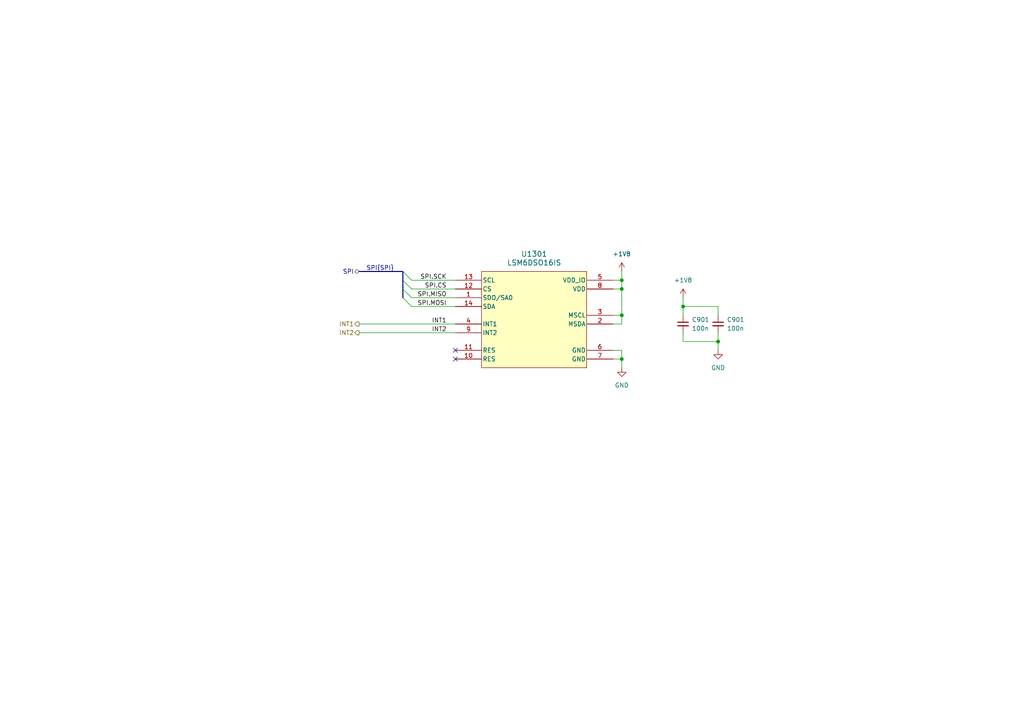
<source format=kicad_sch>
(kicad_sch (version 20230121) (generator eeschema)
  (paper "A4")
  (lib_symbols
    (symbol "Device:C_Small" (pin_numbers hide) (pin_names (offset 0.254) hide)
      (property "Reference" "C" (at 0.254 1.778 0))
      (property "Value" "C_Small" (at 0.254 -2.032 0))
      (symbol "C_Small_0_1"
        (polyline (pts (xy -1.524 -0.508) (xy 1.524 -0.508)) (stroke (width 0.3302)))
        (polyline (pts (xy -1.524 0.508) (xy 1.524 0.508)) (stroke (width 0.3048)))
      )
      (symbol "C_Small_1_1"
        (pin passive line (at 0 2.54 270) (length 2.032) (name "~") (number "1"))
        (pin passive line (at 0 -2.54 90) (length 2.032) (name "~") (number "2"))
      )
    )
    (symbol "LSM6DSO16IS:LSM6DSO16IS" (pin_names (offset 0.254))
      (property "Reference" "U" (at 22.86 10.16 0))
      (property "Value" "LSM6DSO16IS" (at 22.86 7.62 0))
      (symbol "LSM6DSO16IS_0_1"
        (pin unspecified line (at 0 -2.54 0) (length 7.62) (name "SDO/SA0") (number "1"))
        (pin unspecified line (at 0 -20.32 0) (length 7.62) (name "RES") (number "10"))
        (pin unspecified line (at 0 -17.78 0) (length 7.62) (name "RES") (number "11"))
        (pin unspecified line (at 0 0 0) (length 7.62) (name "CS") (number "12"))
        (pin unspecified line (at 0 2.54 0) (length 7.62) (name "SCL") (number "13"))
        (pin unspecified line (at 0 -5.08 0) (length 7.62) (name "SDA") (number "14"))
        (pin unspecified line (at 45.72 -10.16 180) (length 7.62) (name "MSDA") (number "2"))
        (pin unspecified line (at 45.72 -7.62 180) (length 7.62) (name "MSCL") (number "3"))
        (pin input line (at 0 -10.16 0) (length 7.62) (name "INT1") (number "4"))
        (pin power_in line (at 45.72 2.54 180) (length 7.62) (name "VDD_IO") (number "5"))
        (pin power_out line (at 45.72 -17.78 180) (length 7.62) (name "GND") (number "6"))
        (pin power_out line (at 45.72 -20.32 180) (length 7.62) (name "GND") (number "7"))
        (pin power_in line (at 45.72 0 180) (length 7.62) (name "VDD") (number "8"))
        (pin input line (at 0 -12.7 0) (length 7.62) (name "INT2") (number "9"))
      )
      (symbol "LSM6DSO16IS_1_1"
        (rectangle (start 7.62 5.08) (end 38.1 -22.86) (fill (type background)))
      )
    )
    (symbol "power:+1V8" (power) (pin_names (offset 0))
      (property "Value" "+1V8" (at 0 3.556 0))
      (symbol "+1V8_0_1"
        (polyline (pts (xy -0.762 1.27) (xy 0 2.54)))
        (polyline (pts (xy 0 0) (xy 0 2.54)))
        (polyline (pts (xy 0 2.54) (xy 0.762 1.27)))
      )
      (symbol "+1V8_1_1"
        (pin power_in line (at 0 0 90) (length 0) hide (name "+1V8") (number "1"))
      )
    )
    (symbol "power:GND" (power) (pin_names (offset 0))
      (property "Value" "GND" (at 0 -3.81 0))
      (symbol "GND_0_1"
        (polyline (pts (xy 0 0) (xy 0 -1.27) (xy 1.27 -1.27) (xy 0 -2.54) (xy -1.27 -1.27) (xy 0 -1.27)))
      )
      (symbol "GND_1_1"
        (pin power_in line (at 0 0 270) (length 0) hide (name "GND") (number "1"))
      )
    )
  )
  (junction (at 198.12 88.9))
  (junction (at 180.34 104.14))
  (junction (at 180.34 81.28))
  (junction (at 208.28 99.06))
  (junction (at 180.34 83.82))
  (junction (at 180.34 91.44))
  (no_connect (at 132.08 104.14))
  (no_connect (at 132.08 101.6))
  (bus_entry (at 116.84 81.28) (size 2.54 2.54))
  (bus_entry (at 116.84 78.74) (size 2.54 2.54))
  (bus_entry (at 116.84 83.82) (size 2.54 2.54))
  (bus_entry (at 116.84 86.36) (size 2.54 2.54))
  (bus (pts (xy 116.84 78.74) (xy 104.14 78.74)))
  (wire (pts (xy 198.12 91.44) (xy 198.12 88.9)))
  (wire (pts (xy 180.34 81.28) (xy 180.34 83.82)))
  (wire (pts (xy 104.14 93.98) (xy 132.08 93.98)))
  (wire (pts (xy 177.8 104.14) (xy 180.34 104.14)))
  (wire (pts (xy 198.12 86.36) (xy 198.12 88.9)))
  (wire (pts (xy 180.34 101.6) (xy 177.8 101.6)))
  (wire (pts (xy 177.8 93.98) (xy 180.34 93.98)))
  (bus (pts (xy 116.84 78.74) (xy 116.84 81.28)))
  (wire (pts (xy 177.8 91.44) (xy 180.34 91.44)))
  (wire (pts (xy 119.38 88.9) (xy 132.08 88.9)))
  (wire (pts (xy 119.38 81.28) (xy 132.08 81.28)))
  (wire (pts (xy 180.34 93.98) (xy 180.34 91.44)))
  (wire (pts (xy 177.8 81.28) (xy 180.34 81.28)))
  (wire (pts (xy 119.38 86.36) (xy 132.08 86.36)))
  (wire (pts (xy 180.34 104.14) (xy 180.34 101.6)))
  (wire (pts (xy 208.28 99.06) (xy 198.12 99.06)))
  (wire (pts (xy 208.28 101.6) (xy 208.28 99.06)))
  (wire (pts (xy 104.14 96.52) (xy 132.08 96.52)))
  (wire (pts (xy 208.28 88.9) (xy 198.12 88.9)))
  (wire (pts (xy 180.34 78.74) (xy 180.34 81.28)))
  (bus (pts (xy 116.84 83.82) (xy 116.84 86.36)))
  (wire (pts (xy 180.34 83.82) (xy 177.8 83.82)))
  (wire (pts (xy 208.28 96.52) (xy 208.28 99.06)))
  (wire (pts (xy 119.38 83.82) (xy 132.08 83.82)))
  (bus (pts (xy 116.84 81.28) (xy 116.84 83.82)))
  (wire (pts (xy 180.34 106.68) (xy 180.34 104.14)))
  (wire (pts (xy 208.28 91.44) (xy 208.28 88.9)))
  (wire (pts (xy 180.34 91.44) (xy 180.34 83.82)))
  (wire (pts (xy 198.12 99.06) (xy 198.12 96.52)))
  (label "INT1" (at 129.54 93.98 180))
  (label "SPI.MOSI" (at 129.54 88.9 180))
  (label "SPI.SCK" (at 129.54 81.28 180))
  (label "SPI.CS" (at 129.54 83.82 180))
  (label "SPI{SPI}" (at 114.3 78.74 180))
  (label "SPI.MISO" (at 129.54 86.36 180))
  (label "INT2" (at 129.54 96.52 180))
  (hierarchical_label "INT2" (shape output) (at 104.14 96.52 180))
  (hierarchical_label "INT1" (shape output) (at 104.14 93.98 180))
  (hierarchical_label "SPI" (shape bidirectional) (at 104.14 78.74 180) (property "DSI" "DSI" (effects hide)))
  (symbol (lib_id "power:GND") (at 180.34 106.68 0) (unit 1)
    (property "Reference" "#PWR01303" (effects hide))
    (property "Value" "GND" (at 180.34 111.76 0))
  )
  (symbol (lib_id "Device:C_Small") (at 208.28 93.98 0) (unit 1)
    (property "Reference" "C901" (at 210.82 92.7163 0) (effects (justify left)))
    (property "Value" "100n" (at 210.82 95.2563 0) (effects (justify left)))
    (property "Footprint" "Capacitor_SMD:C_0402_1005Metric" (effects hide))
    (instances (project "watch_main" (path "" (reference "C901") (unit 1)) (path "" (reference "C1302") (unit 1))))
  )
  (symbol (lib_id "power:+1V8") (at 198.12 86.36 0) (unit 1)
    (property "Reference" "#PWR01305" (effects hide))
    (property "Value" "+1V8" (at 198.12 81.28 0))
  )
  (symbol (lib_id "Device:C_Small") (at 198.12 93.98 0) (unit 1)
    (property "Reference" "C901" (at 200.66 92.7163 0) (effects (justify left)))
    (property "Value" "100n" (at 200.66 95.2563 0) (effects (justify left)))
    (property "Footprint" "Capacitor_SMD:C_0402_1005Metric" (effects hide))
    (instances (project "watch_main" (path "" (reference "C901") (unit 1)) (path "" (reference "C1301") (unit 1))))
  )
  (symbol (lib_id "power:+1V8") (at 180.34 78.74 0) (unit 1)
    (property "Reference" "#PWR01302" (effects hide))
    (property "Value" "+1V8" (at 180.34 73.66 0))
  )
  (symbol (lib_id "power:GND") (at 208.28 101.6 0) (unit 1)
    (property "Reference" "#PWR01304" (effects hide))
    (property "Value" "GND" (at 208.28 106.68 0))
  )
  (symbol (lib_id "LSM6DSO16IS:LSM6DSO16IS") (at 132.08 83.82 0) (unit 1)
    (property "Reference" "U1301" (at 154.94 73.66 0) (effects (font (size 1.524 1.524))))
    (property "Value" "LSM6DSO16IS" (at 154.94 76.2 0) (effects (font (size 1.524 1.524))))
    (property "Footprint" "LGA14_LSM6_STM" (effects hide))
    (property "Datasheet" "https://www.mouser.co.uk/datasheet/2/389/lsm6dso16is-3000171.pdf" (effects hide))
  )
)
</source>
